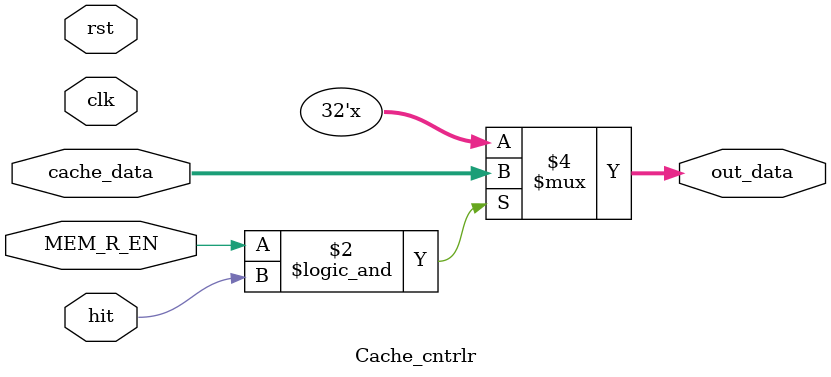
<source format=v>
module Cache_cntrlr (
    clk,
    rst,
    hit,
    MEM_R_EN,
    cache_data,

    //SRAM_data,

    out_data

);

    input 
        clk,
        rst,
        MEM_R_EN,
        hit;
    
    input [31:0]
        cache_data;

    output reg [31:0]
        out_data;

    always @(hit, cache_data) begin 
        if(MEM_R_EN && hit)
            out_data = cache_data;
    end 

    
endmodule
</source>
